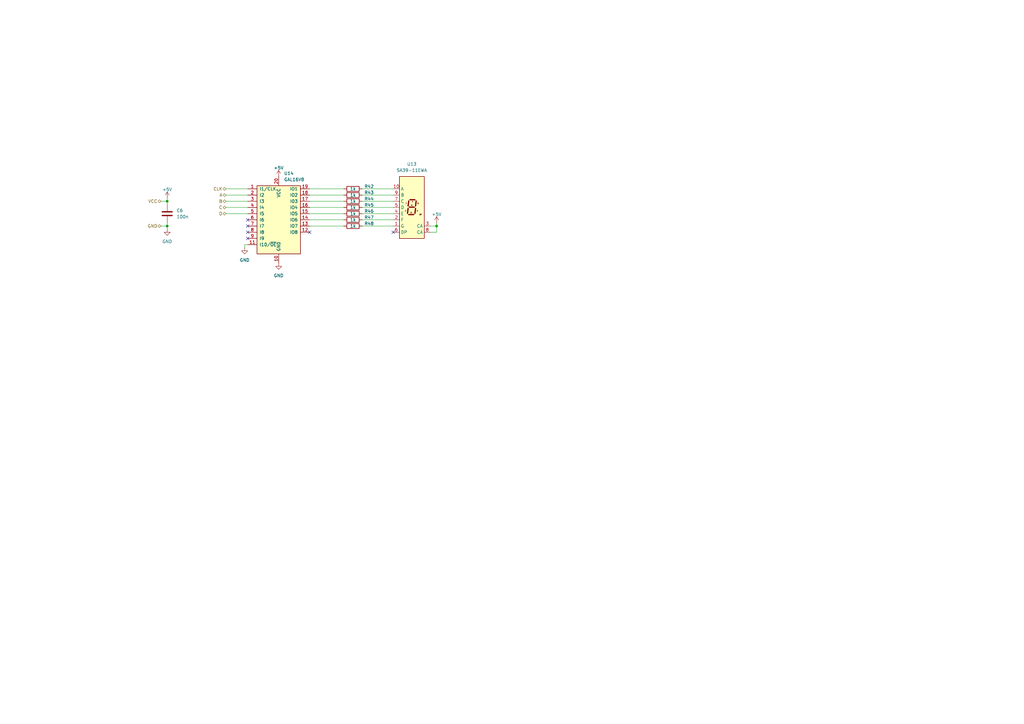
<source format=kicad_sch>
(kicad_sch (version 20231120) (generator "eeschema") (generator_version "8.0")
  (paper "A3")
  (title_block (title "SY65 Bus Card x16") (date "2024-06-16") (rev "1.0") (company "github.com/Synthron"))
  (lib_symbols
    (symbol "Device:C" (pin_numbers hide) (pin_names (offset 0.254))
      (property "Reference" "C" (at 0.635 2.54 0))
      (property "Value" "C" (at 0.635 -2.54 0))
      (symbol "C_0_1"
        (polyline (pts (xy -2.032 -0.762) (xy 2.032 -0.762)) (stroke (width 0.508)))
        (polyline (pts (xy -2.032 0.762) (xy 2.032 0.762)) (stroke (width 0.508)))
      )
      (symbol "C_1_1"
        (pin passive line (at 0 3.81 270) (length 2.794) (name "~") (number "1"))
        (pin passive line (at 0 -3.81 90) (length 2.794) (name "~") (number "2"))
      )
    )
    (symbol "Device:R" (pin_numbers hide) (pin_names (offset 0))
      (property "Reference" "R" (at 2.032 0 90))
      (property "Value" "R" (at 0 0 90))
      (symbol "R_0_1"
        (rectangle (start -1.016 -2.54) (end 1.016 2.54) (stroke (width 0.254)))
      )
      (symbol "R_1_1"
        (pin passive line (at 0 3.81 270) (length 1.27) (name "~") (number "1"))
        (pin passive line (at 0 -3.81 90) (length 1.27) (name "~") (number "2"))
      )
    )
    (symbol "Display_Character:SA39-11EWA"
      (property "Reference" "U" (at -3.81 13.97 0))
      (property "Value" "SA39-11EWA" (at 6.35 13.97 0))
      (symbol "SA39-11EWA_1_0"
        (text "A" (at 0.254 2.413 0) (effects (font (size 0.508 0.508))))
        (text "B" (at 2.54 1.651 0) (effects (font (size 0.508 0.508))))
        (text "C" (at 2.286 -1.397 0) (effects (font (size 0.508 0.508))))
        (text "D" (at -0.254 -2.159 0) (effects (font (size 0.508 0.508))))
        (text "DP" (at 3.556 -2.921 0) (effects (font (size 0.508 0.508))))
        (text "E" (at -2.54 -1.397 0) (effects (font (size 0.508 0.508))))
        (text "F" (at -2.286 1.651 0) (effects (font (size 0.508 0.508))))
        (text "G" (at 0 0.889 0) (effects (font (size 0.508 0.508))))
      )
      (symbol "SA39-11EWA_1_1"
        (rectangle (start -5.08 12.7) (end 5.08 -12.7) (stroke (width 0.254)) (fill (type background)))
        (polyline (pts (xy -1.524 -0.381) (xy -1.778 -2.413)) (stroke (width 0.508)))
        (polyline (pts (xy -1.27 -2.921) (xy 0.762 -2.921)) (stroke (width 0.508)))
        (polyline (pts (xy -1.27 2.667) (xy -1.524 0.635)) (stroke (width 0.508)))
        (polyline (pts (xy -1.016 0.127) (xy 1.016 0.127)) (stroke (width 0.508)))
        (polyline (pts (xy -0.762 3.175) (xy 1.27 3.175)) (stroke (width 0.508)))
        (polyline (pts (xy 1.524 -0.381) (xy 1.27 -2.413)) (stroke (width 0.508)))
        (polyline (pts (xy 1.778 2.667) (xy 1.524 0.635)) (stroke (width 0.508)))
        (polyline (pts (xy 2.54 -2.921) (xy 2.54 -2.921)) (stroke (width 0.508)))
        (pin input line (at -7.62 -7.62 0) (length 2.54) (name "G") (number "1"))
        (pin input line (at -7.62 7.62 0) (length 2.54) (name "A") (number "10"))
        (pin input line (at -7.62 -5.08 0) (length 2.54) (name "F") (number "2"))
        (pin input line (at 7.62 -7.62 180) (length 2.54) (name "CA") (number "3"))
        (pin input line (at -7.62 -2.54 0) (length 2.54) (name "E") (number "4"))
        (pin input line (at -7.62 0 0) (length 2.54) (name "D") (number "5"))
        (pin input line (at -7.62 -10.16 0) (length 2.54) (name "DP") (number "6"))
        (pin input line (at -7.62 2.54 0) (length 2.54) (name "C") (number "7"))
        (pin input line (at 7.62 -10.16 180) (length 2.54) (name "CA") (number "8"))
        (pin input line (at -7.62 5.08 0) (length 2.54) (name "B") (number "9"))
      )
    )
    (symbol "Logic_Programmable:GAL16V8" (pin_names (offset 1.016))
      (property "Reference" "U" (at -8.89 16.51 0))
      (property "Value" "GAL16V8" (at 1.27 16.51 0))
      (symbol "GAL16V8_0_0"
        (pin power_in line (at 0 -17.78 90) (length 3.81) (name "GND") (number "10"))
        (pin power_in line (at 0 17.78 270) (length 3.81) (name "VCC") (number "20"))
      )
      (symbol "GAL16V8_0_1"
        (rectangle (start -8.89 13.97) (end 8.89 -13.97) (stroke (width 0.254)) (fill (type background)))
      )
      (symbol "GAL16V8_1_1"
        (pin input line (at -12.7 12.7 0) (length 3.81) (name "I1/CLK") (number "1"))
        (pin input line (at -12.7 -10.16 0) (length 3.81) (name "I10/~{OE}") (number "11"))
        (pin tri_state line (at 12.7 -5.08 180) (length 3.81) (name "IO8") (number "12"))
        (pin tri_state line (at 12.7 -2.54 180) (length 3.81) (name "IO7") (number "13"))
        (pin tri_state line (at 12.7 0 180) (length 3.81) (name "IO6") (number "14"))
        (pin tri_state line (at 12.7 2.54 180) (length 3.81) (name "IO5") (number "15"))
        (pin tri_state line (at 12.7 5.08 180) (length 3.81) (name "IO4") (number "16"))
        (pin tri_state line (at 12.7 7.62 180) (length 3.81) (name "I03") (number "17"))
        (pin tri_state line (at 12.7 10.16 180) (length 3.81) (name "IO2") (number "18"))
        (pin tri_state line (at 12.7 12.7 180) (length 3.81) (name "IO1") (number "19"))
        (pin input line (at -12.7 10.16 0) (length 3.81) (name "I2") (number "2"))
        (pin input line (at -12.7 7.62 0) (length 3.81) (name "I3") (number "3"))
        (pin input line (at -12.7 5.08 0) (length 3.81) (name "I4") (number "4"))
        (pin input line (at -12.7 2.54 0) (length 3.81) (name "I5") (number "5"))
        (pin input line (at -12.7 0 0) (length 3.81) (name "I6") (number "6"))
        (pin input line (at -12.7 -2.54 0) (length 3.81) (name "I7") (number "7"))
        (pin input line (at -12.7 -5.08 0) (length 3.81) (name "I8") (number "8"))
        (pin input line (at -12.7 -7.62 0) (length 3.81) (name "I9") (number "9"))
      )
    )
    (symbol "power:+5V" (power) (pin_numbers hide) (pin_names (offset 0) hide)
      (property "Value" "+5V" (at 0 3.556 0))
      (symbol "+5V_0_1"
        (polyline (pts (xy -0.762 1.27) (xy 0 2.54)))
        (polyline (pts (xy 0 0) (xy 0 2.54)))
        (polyline (pts (xy 0 2.54) (xy 0.762 1.27)))
      )
      (symbol "+5V_1_1"
        (pin power_in line (at 0 0 90) (length 0) (name "~") (number "1"))
      )
    )
    (symbol "power:GND" (power) (pin_numbers hide) (pin_names (offset 0) hide)
      (property "Value" "GND" (at 0 -3.81 0))
      (symbol "GND_0_1"
        (polyline (pts (xy 0 0) (xy 0 -1.27) (xy 1.27 -1.27) (xy 0 -2.54) (xy -1.27 -1.27) (xy 0 -1.27)))
      )
      (symbol "GND_1_1"
        (pin power_in line (at 0 0 270) (length 0) (name "~") (number "1"))
      )
    )
  )
  (junction (at 68.58 92.71))
  (junction (at 179.07 92.71))
  (junction (at 68.58 82.55))
  (no_connect (at 101.6 90.17))
  (no_connect (at 101.6 97.79))
  (no_connect (at 101.6 92.71))
  (no_connect (at 101.6 95.25))
  (no_connect (at 127 95.25))
  (no_connect (at 161.29 95.25))
  (wire (pts (xy 92.71 85.09) (xy 101.6 85.09)))
  (wire (pts (xy 140.97 82.55) (xy 127 82.55)))
  (wire (pts (xy 179.07 92.71) (xy 179.07 95.25)))
  (wire (pts (xy 92.71 80.01) (xy 101.6 80.01)))
  (wire (pts (xy 179.07 91.44) (xy 179.07 92.71)))
  (wire (pts (xy 140.97 92.71) (xy 127 92.71)))
  (wire (pts (xy 148.59 90.17) (xy 161.29 90.17)))
  (wire (pts (xy 68.58 81.28) (xy 68.58 82.55)))
  (wire (pts (xy 100.33 100.33) (xy 101.6 100.33)))
  (wire (pts (xy 68.58 82.55) (xy 68.58 83.82)))
  (wire (pts (xy 68.58 93.98) (xy 68.58 92.71)))
  (wire (pts (xy 140.97 85.09) (xy 127 85.09)))
  (wire (pts (xy 140.97 90.17) (xy 127 90.17)))
  (wire (pts (xy 148.59 82.55) (xy 161.29 82.55)))
  (wire (pts (xy 140.97 87.63) (xy 127 87.63)))
  (wire (pts (xy 92.71 82.55) (xy 101.6 82.55)))
  (wire (pts (xy 100.33 101.6) (xy 100.33 100.33)))
  (wire (pts (xy 68.58 92.71) (xy 66.04 92.71)))
  (wire (pts (xy 148.59 92.71) (xy 161.29 92.71)))
  (wire (pts (xy 148.59 87.63) (xy 161.29 87.63)))
  (wire (pts (xy 140.97 80.01) (xy 127 80.01)))
  (wire (pts (xy 179.07 95.25) (xy 176.53 95.25)))
  (wire (pts (xy 148.59 85.09) (xy 161.29 85.09)))
  (wire (pts (xy 148.59 80.01) (xy 161.29 80.01)))
  (wire (pts (xy 140.97 77.47) (xy 127 77.47)))
  (wire (pts (xy 176.53 92.71) (xy 179.07 92.71)))
  (wire (pts (xy 148.59 77.47) (xy 161.29 77.47)))
  (wire (pts (xy 92.71 87.63) (xy 101.6 87.63)))
  (wire (pts (xy 92.71 77.47) (xy 101.6 77.47)))
  (wire (pts (xy 68.58 82.55) (xy 66.04 82.55)))
  (wire (pts (xy 68.58 91.44) (xy 68.58 92.71)))
  (hierarchical_label "CLK" (shape bidirectional) (at 92.71 77.47 180))
  (hierarchical_label "B" (shape bidirectional) (at 92.71 82.55 180))
  (hierarchical_label "VCC" (shape bidirectional) (at 66.04 82.55 180))
  (hierarchical_label "A" (shape bidirectional) (at 92.71 80.01 180))
  (hierarchical_label "C" (shape bidirectional) (at 92.71 85.09 180))
  (hierarchical_label "D" (shape bidirectional) (at 92.71 87.63 180))
  (hierarchical_label "GND" (shape bidirectional) (at 66.04 92.71 180))
  (symbol (lib_id "Device:R") (at 144.78 85.09 90) (unit 1)
    (property "Reference" "R45" (at 151.384 84.074 90))
    (property "Value" "1k" (at 144.78 85.09 90))
    (property "Footprint" "Resistor_SMD:R_0805_2012Metric" (effects (hide yes)))
    (property "Description" "Resistor" (effects (hide yes)))
    (instances (project "Bus_Card" (path "" (reference "R45") (unit 1)) (path "" (reference "R10") (unit 1)) (path "" (reference "R17") (unit 1)) (path "" (reference "R31") (unit 1)) (path "" (reference "R24") (unit 1)) (path "" (reference "R38") (unit 1))))
  )
  (symbol (lib_id "power:+5V") (at 68.58 81.28 0) (unit 1)
    (property "Reference" "#PWR01034" (effects (hide yes)))
    (property "Value" "+5V" (at 68.58 77.724 0))
    (property "Description" "Power symbol creates a global label with name \"+5V\"" (effects (hide yes)))
    (instances (project "Bus_Card" (path "" (reference "#PWR01034") (unit 1)) (path "" (reference "#PWR01004") (unit 1)) (path "" (reference "#PWR01010") (unit 1)) (path "" (reference "#PWR01022") (unit 1)) (path "" (reference "#PWR01016") (unit 1)) (path "" (reference "#PWR01028") (unit 1))))
  )
  (symbol (lib_id "Device:R") (at 144.78 87.63 90) (unit 1)
    (property "Reference" "R46" (at 151.384 86.614 90))
    (property "Value" "1k" (at 144.78 87.63 90))
    (property "Footprint" "Resistor_SMD:R_0805_2012Metric" (effects (hide yes)))
    (property "Description" "Resistor" (effects (hide yes)))
    (instances (project "Bus_Card" (path "" (reference "R46") (unit 1)) (path "" (reference "R11") (unit 1)) (path "" (reference "R18") (unit 1)) (path "" (reference "R32") (unit 1)) (path "" (reference "R25") (unit 1)) (path "" (reference "R39") (unit 1))))
  )
  (symbol (lib_id "power:GND") (at 100.33 101.6 0) (unit 1)
    (property "Reference" "#PWR01037" (effects (hide yes)))
    (property "Value" "GND" (at 100.33 106.68 0))
    (property "Description" "Power symbol creates a global label with name \"GND\" , ground" (effects (hide yes)))
    (instances (project "Bus_Card" (path "" (reference "#PWR01037") (unit 1)) (path "" (reference "#PWR01007") (unit 1)) (path "" (reference "#PWR01013") (unit 1)) (path "" (reference "#PWR01025") (unit 1)) (path "" (reference "#PWR01019") (unit 1)) (path "" (reference "#PWR01031") (unit 1))))
  )
  (symbol (lib_id "Device:R") (at 144.78 90.17 90) (unit 1)
    (property "Reference" "R47" (at 151.384 89.154 90))
    (property "Value" "1k" (at 144.78 90.17 90))
    (property "Footprint" "Resistor_SMD:R_0805_2012Metric" (effects (hide yes)))
    (property "Description" "Resistor" (effects (hide yes)))
    (instances (project "Bus_Card" (path "" (reference "R47") (unit 1)) (path "" (reference "R12") (unit 1)) (path "" (reference "R19") (unit 1)) (path "" (reference "R33") (unit 1)) (path "" (reference "R26") (unit 1)) (path "" (reference "R40") (unit 1))))
  )
  (symbol (lib_id "power:+5V") (at 179.07 91.44 0) (unit 1)
    (property "Reference" "#PWR01035" (effects (hide yes)))
    (property "Value" "+5V" (at 179.07 87.884 0))
    (property "Description" "Power symbol creates a global label with name \"+5V\"" (effects (hide yes)))
    (instances (project "Bus_Card" (path "" (reference "#PWR01035") (unit 1)) (path "" (reference "#PWR01005") (unit 1)) (path "" (reference "#PWR01011") (unit 1)) (path "" (reference "#PWR01023") (unit 1)) (path "" (reference "#PWR01017") (unit 1)) (path "" (reference "#PWR01029") (unit 1))))
  )
  (symbol (lib_id "power:+5V") (at 114.3 72.39 0) (unit 1)
    (property "Reference" "#PWR01033" (effects (hide yes)))
    (property "Value" "+5V" (at 114.3 68.834 0))
    (property "Description" "Power symbol creates a global label with name \"+5V\"" (effects (hide yes)))
    (instances (project "Bus_Card" (path "" (reference "#PWR01033") (unit 1)) (path "" (reference "#PWR01003") (unit 1)) (path "" (reference "#PWR01009") (unit 1)) (path "" (reference "#PWR01021") (unit 1)) (path "" (reference "#PWR01015") (unit 1)) (path "" (reference "#PWR01027") (unit 1))))
  )
  (symbol (lib_id "Device:C") (at 68.58 87.63 0) (unit 1)
    (property "Reference" "C6" (at 72.39 86.3599 0) (effects (justify left)))
    (property "Value" "100n" (at 72.39 88.8999 0) (effects (justify left)))
    (property "Footprint" "Capacitor_SMD:C_0805_2012Metric" (effects (hide yes)))
    (property "Description" "Unpolarized capacitor" (effects (hide yes)))
    (instances (project "Bus_Card" (path "" (reference "C6") (unit 1)) (path "" (reference "C1") (unit 1)) (path "" (reference "C2") (unit 1)) (path "" (reference "C4") (unit 1)) (path "" (reference "C3") (unit 1)) (path "" (reference "C5") (unit 1))))
  )
  (symbol (lib_id "Device:R") (at 144.78 80.01 90) (unit 1)
    (property "Reference" "R43" (at 151.384 78.994 90))
    (property "Value" "1k" (at 144.78 80.01 90))
    (property "Footprint" "Resistor_SMD:R_0805_2012Metric" (effects (hide yes)))
    (property "Description" "Resistor" (effects (hide yes)))
    (instances (project "Bus_Card" (path "" (reference "R43") (unit 1)) (path "" (reference "R8") (unit 1)) (path "" (reference "R15") (unit 1)) (path "" (reference "R29") (unit 1)) (path "" (reference "R22") (unit 1)) (path "" (reference "R36") (unit 1))))
  )
  (symbol (lib_id "Device:R") (at 144.78 92.71 90) (unit 1)
    (property "Reference" "R48" (at 151.384 91.694 90))
    (property "Value" "1k" (at 144.78 92.71 90))
    (property "Footprint" "Resistor_SMD:R_0805_2012Metric" (effects (hide yes)))
    (property "Description" "Resistor" (effects (hide yes)))
    (instances (project "Bus_Card" (path "" (reference "R48") (unit 1)) (path "" (reference "R13") (unit 1)) (path "" (reference "R20") (unit 1)) (path "" (reference "R34") (unit 1)) (path "" (reference "R27") (unit 1)) (path "" (reference "R41") (unit 1))))
  )
  (symbol (lib_id "Display_Character:SA39-11EWA") (at 168.91 85.09 0) (unit 1)
    (property "Reference" "U13" (at 168.91 67.31 0))
    (property "Value" "SA39-11EWA" (at 168.91 69.85 0))
    (property "Footprint" "Display_7Segment:Sx39-1xxxxx" (effects (hide yes)))
    (property "Datasheet" "http://www.kingbrightusa.com/images/catalog/SPEC/sa39-11ewa.pdf" (effects (hide yes)))
    (property "Description" "Single digit 7 segment display, high efficiency red, common anode" (effects (hide yes)))
    (instances (project "Bus_Card" (path "" (reference "U13") (unit 1)) (path "" (reference "U3") (unit 1)) (path "" (reference "U5") (unit 1)) (path "" (reference "U9") (unit 1)) (path "" (reference "U7") (unit 1)) (path "" (reference "U11") (unit 1))))
  )
  (symbol (lib_id "power:GND") (at 114.3 107.95 0) (unit 1)
    (property "Reference" "#PWR01038" (effects (hide yes)))
    (property "Value" "GND" (at 114.3 113.03 0))
    (property "Description" "Power symbol creates a global label with name \"GND\" , ground" (effects (hide yes)))
    (instances (project "Bus_Card" (path "" (reference "#PWR01038") (unit 1)) (path "" (reference "#PWR01008") (unit 1)) (path "" (reference "#PWR01014") (unit 1)) (path "" (reference "#PWR01026") (unit 1)) (path "" (reference "#PWR01020") (unit 1)) (path "" (reference "#PWR01032") (unit 1))))
  )
  (symbol (lib_id "Device:R") (at 144.78 77.47 90) (unit 1)
    (property "Reference" "R42" (at 151.384 76.454 90))
    (property "Value" "1k" (at 144.78 77.47 90))
    (property "Footprint" "Resistor_SMD:R_0805_2012Metric" (effects (hide yes)))
    (property "Description" "Resistor" (effects (hide yes)))
    (instances (project "Bus_Card" (path "" (reference "R42") (unit 1)) (path "" (reference "R7") (unit 1)) (path "" (reference "R14") (unit 1)) (path "" (reference "R28") (unit 1)) (path "" (reference "R21") (unit 1)) (path "" (reference "R35") (unit 1))))
  )
  (symbol (lib_id "Logic_Programmable:GAL16V8") (at 114.3 90.17 0) (unit 1)
    (property "Reference" "U14" (at 116.4941 71.12 0) (effects (justify left)))
    (property "Value" "GAL16V8" (at 116.4941 73.66 0) (effects (justify left)))
    (property "Footprint" "Package_DIP:DIP-20_W7.62mm_Socket_LongPads" (effects (hide yes)))
    (property "Description" "Programmable Logic Array, DIP-20/SOIC-20/PLCC-20" (effects (hide yes)))
    (instances (project "Bus_Card" (path "" (reference "U14") (unit 1)) (path "" (reference "U4") (unit 1)) (path "" (reference "U6") (unit 1)) (path "" (reference "U10") (unit 1)) (path "" (reference "U8") (unit 1)) (path "" (reference "U12") (unit 1))))
  )
  (symbol (lib_id "power:GND") (at 68.58 93.98 0) (unit 1)
    (property "Reference" "#PWR01036" (effects (hide yes)))
    (property "Value" "GND" (at 68.58 99.06 0))
    (property "Description" "Power symbol creates a global label with name \"GND\" , ground" (effects (hide yes)))
    (instances (project "Bus_Card" (path "" (reference "#PWR01036") (unit 1)) (path "" (reference "#PWR01006") (unit 1)) (path "" (reference "#PWR01012") (unit 1)) (path "" (reference "#PWR01024") (unit 1)) (path "" (reference "#PWR01018") (unit 1)) (path "" (reference "#PWR01030") (unit 1))))
  )
  (symbol (lib_id "Device:R") (at 144.78 82.55 90) (unit 1)
    (property "Reference" "R44" (at 151.384 81.534 90))
    (property "Value" "1k" (at 144.78 82.55 90))
    (property "Footprint" "Resistor_SMD:R_0805_2012Metric" (effects (hide yes)))
    (property "Description" "Resistor" (effects (hide yes)))
    (instances (project "Bus_Card" (path "" (reference "R44") (unit 1)) (path "" (reference "R9") (unit 1)) (path "" (reference "R16") (unit 1)) (path "" (reference "R30") (unit 1)) (path "" (reference "R23") (unit 1)) (path "" (reference "R37") (unit 1))))
  )
)
</source>
